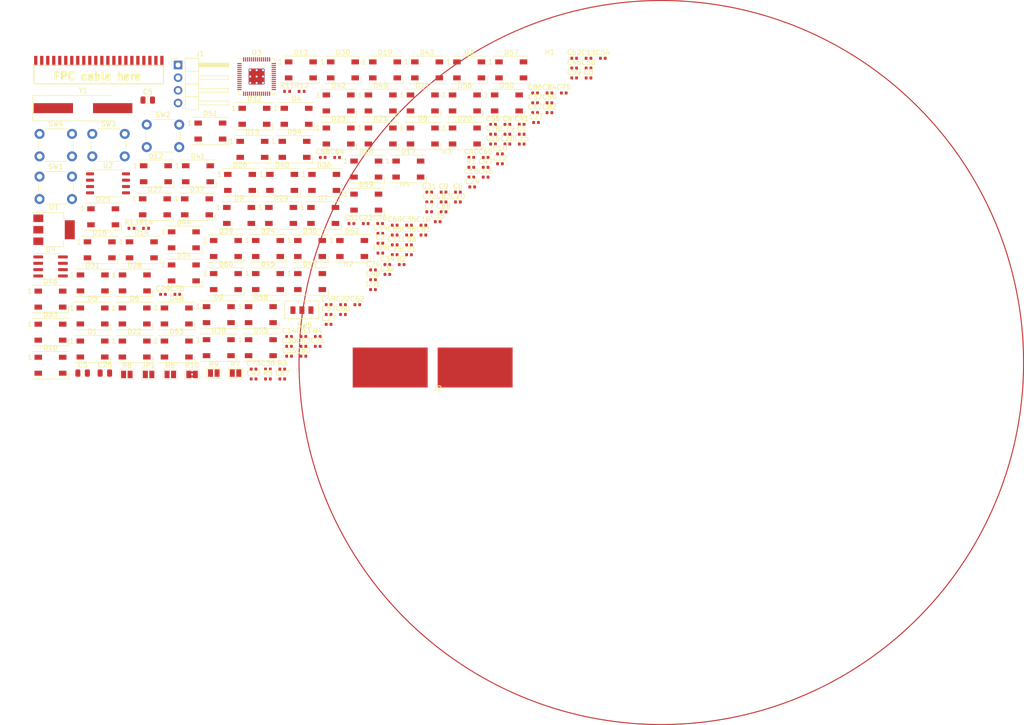
<source format=kicad_pcb>
(kicad_pcb (version 20211014) (generator pcbnew)
  (layers (0 "F.Cu" signal) (31 "B.Cu" signal) (34 "B.Paste" user) (35 "F.Paste" user) (36 "B.SilkS" user "B.Silkscreen") (37 "F.SilkS" user "F.Silkscreen") (38 "B.Mask" user) (39 "F.Mask" user) (44 "Edge.Cuts" user))
  (net 0 "")
  (net 1 "/XIN")
  (net 2 "SPI_TX(MOSI)")
  (net 3 "Net-(C2-Pad1)")
  (net 4 "VBUS")
  (net 5 "+3V3")
  (net 6 "+1V1")
  (net 7 "Net-(C16-Pad2)")
  (net 8 "Net-(C17-Pad1)")
  (net 9 "Net-(C17-Pad2)")
  (net 10 "Net-(C19-Pad1)")
  (net 11 "Net-(C19-Pad2)")
  (net 12 "Net-(C20-Pad2)")
  (net 13 "Net-(C21-Pad2)")
  (net 14 "Net-(C22-Pad2)")
  (net 15 "Net-(C23-Pad2)")
  (net 16 "Net-(C24-Pad2)")
  (net 17 "Net-(C25-Pad2)")
  (net 18 "/~{USB_BOOT}")
  (net 19 "/QSPI_SS")
  (net 20 "/XOUT")
  (net 21 "/USB_D+")
  (net 22 "Net-(R4-Pad2)")
  (net 23 "Net-(R5-Pad2)")
  (net 24 "Net-(R6-Pad2)")
  (net 25 "Net-(J3-PadRESIST)")
  (net 26 "SPI_RX(MISO)")
  (net 27 "Net-(J3-PadSI)")
  (net 28 "/QSPI_SD1")
  (net 29 "/QSPI_SD2")
  (net 30 "/QSPI_SD0")
  (net 31 "/QSPI_SCLK")
  (net 32 "/QSPI_SD3")
  (net 33 "/GPIO0")
  (net 34 "RESET(RSE)")
  (net 35 "SPI_SCK(CLOCK)")
  (net 36 "DC(RS)")
  (net 37 "CS")
  (net 38 "/GPIO7")
  (net 39 "/GPIO8")
  (net 40 "/GPIO9")
  (net 41 "/GPIO10")
  (net 42 "/GPIO11")
  (net 43 "/GPIO12")
  (net 44 "/GPIO13")
  (net 45 "/GPIO14")
  (net 46 "/GPIO15")
  (net 47 "/SWCLK")
  (net 48 "/SWD")
  (net 49 "/RUN")
  (net 50 "/GPIO16")
  (net 51 "/GPIO17")
  (net 52 "/GPIO18")
  (net 53 "/GPIO19")
  (net 54 "/GPIO20")
  (net 55 "/GPIO21")
  (net 56 "/GPIO22")
  (net 57 "/GPIO25")
  (net 58 "/GPIO27_ADC1")
  (net 59 "/GPIO24")
  (net 60 "/GPIO29_ADC3")
  (net 61 "GND")
  (net 63 "Net-(C10-Pad1)")
  (net 64 "Net-(D1-Pad2)")
  (net 65 "Net-(D2-Pad2)")
  (net 66 "Net-(D3-Pad2)")
  (net 67 "Net-(D4-Pad2)")
  (net 68 "Net-(D5-Pad2)")
  (net 69 "Net-(D6-Pad2)")
  (net 70 "Net-(D7-Pad2)")
  (net 71 "Net-(D8-Pad2)")
  (net 72 "Net-(D10-Pad4)")
  (net 73 "Net-(D10-Pad2)")
  (net 74 "Net-(D11-Pad2)")
  (net 75 "Net-(D12-Pad2)")
  (net 76 "Net-(D13-Pad2)")
  (net 77 "Net-(D14-Pad2)")
  (net 78 "Net-(D15-Pad2)")
  (net 79 "Net-(D16-Pad2)")
  (net 80 "Net-(D17-Pad2)")
  (net 81 "Net-(D18-Pad2)")
  (net 82 "Net-(D19-Pad2)")
  (net 83 "Net-(D20-Pad2)")
  (net 84 "Net-(D21-Pad2)")
  (net 85 "Net-(D22-Pad2)")
  (net 86 "Net-(D23-Pad2)")
  (net 87 "Net-(D24-Pad2)")
  (net 88 "Net-(D25-Pad2)")
  (net 89 "Net-(D26-Pad2)")
  (net 90 "Net-(D27-Pad2)")
  (net 91 "Net-(D28-Pad2)")
  (net 92 "Net-(D29-Pad2)")
  (net 93 "Net-(D30-Pad2)")
  (net 94 "Net-(D31-Pad2)")
  (net 95 "Net-(D32-Pad2)")
  (net 96 "Net-(D33-Pad2)")
  (net 97 "Net-(D34-Pad2)")
  (net 98 "Net-(D35-Pad2)")
  (net 99 "Net-(D36-Pad2)")
  (net 100 "Net-(D37-Pad2)")
  (net 101 "Net-(D38-Pad2)")
  (net 102 "Net-(D39-Pad2)")
  (net 103 "Net-(D40-Pad2)")
  (net 104 "Net-(D41-Pad2)")
  (net 105 "Net-(D42-Pad2)")
  (net 106 "Net-(D43-Pad2)")
  (net 107 "Net-(D44-Pad2)")
  (net 108 "Net-(D45-Pad2)")
  (net 109 "Net-(D46-Pad2)")
  (net 110 "Net-(D47-Pad2)")
  (net 111 "Net-(D48-Pad2)")
  (net 112 "Net-(D49-Pad2)")
  (net 113 "Net-(D50-Pad2)")
  (net 114 "Net-(D51-Pad2)")
  (net 115 "Net-(D52-Pad2)")
  (net 116 "Net-(D53-Pad2)")
  (net 117 "Net-(D54-Pad2)")
  (net 118 "Net-(D55-Pad2)")
  (net 119 "Net-(D56-Pad2)")
  (net 120 "Net-(D57-Pad2)")
  (net 121 "Net-(D58-Pad2)")
  (net 122 "Net-(D59-Pad2)")
  (net 124 "/GPIO23")
  (footprint "LED_SMD:LED_WS2812B_PLCC4_5.0x5.0mm_P3.2mm" (layer "F.Cu") (at 108.595 50.155)
    (fp_text reference "D18")
    (fp_text value "WS2812B")
  )
  (footprint "LED_SMD:LED_WS2812B_PLCC4_5.0x5.0mm_P3.2mm" (layer "F.Cu") (at 85.815 46.205)
    (fp_text reference "D15")
    (fp_text value "WS2812B")
  )
  (footprint "Capacitor_SMD:C_0402_1005Metric" (layer "F.Cu") (at 114.28 65.34)
    (fp_text reference "C11")
    (fp_text value "100n")
  )
  (footprint "LED_SMD:LED_WS2812B_PLCC4_5.0x5.0mm_P3.2mm" (layer "F.Cu") (at 103.055 43.535)
    (fp_text reference "D23")
    (fp_text value "WS2812B")
  )
  (footprint "LED_SMD:LED_WS2812B_PLCC4_5.0x5.0mm_P3.2mm" (layer "F.Cu") (at 70.655 79.575)
    (fp_text reference "D48")
    (fp_text value "WS2812B")
  )
  (footprint "Capacitor_SMD:C_0402_1005Metric" (layer "F.Cu") (at 139.7 41.21)
    (fp_text reference "C41")
    (fp_text value "0.1uF")
  )
  (footprint "Capacitor_SMD:C_0402_1005Metric" (layer "F.Cu") (at 129.61 51.77)
    (fp_text reference "C19")
    (fp_text value "1uF")
  )
  (footprint "LED_SMD:LED_WS2812B_PLCC4_5.0x5.0mm_P3.2mm" (layer "F.Cu") (at 62.265 72.955)
    (fp_text reference "D28")
    (fp_text value "WS2812B")
  )
  (footprint "Capacitor_SMD:C_0402_1005Metric" (layer "F.Cu") (at 117.15 67.31)
    (fp_text reference "C21")
    (fp_text value "1uF")
  )
  (footprint "LED_SMD:LED_WS2812B_PLCC4_5.0x5.0mm_P3.2mm" (layer "F.Cu") (at 97.345 72.685)
    (fp_text reference "D47")
    (fp_text value "WS2812B")
  )
  (footprint "Capacitor_SMD:C_0402_1005Metric" (layer "F.Cu") (at 150.2 27.97)
    (fp_text reference "C52")
    (fp_text value "0.1uF")
  )
  (footprint "Jumper:SolderJumper-2_P1.3mm_Open_Pad1.0x1.5mm" (layer "F.Cu") (at 82.43 91.01)
    (fp_text reference "R7")
    (fp_text value "DNF")
  )
  (footprint "LED_SMD:LED_WS2812B_PLCC4_5.0x5.0mm_P3.2mm" (layer "F.Cu") (at 70.655 86.195)
    (fp_text reference "D53")
    (fp_text value "WS2812B")
  )
  (footprint "Capacitor_SMD:C_0402_1005Metric" (layer "F.Cu") (at 117.15 61.4)
    (fp_text reference "C35")
    (fp_text value "0.1uF")
  )
  (footprint "LED_SMD:LED_WS2812B_PLCC4_5.0x5.0mm_P3.2mm" (layer "F.Cu") (at 111.475 43.535)
    (fp_text reference "D21")
    (fp_text value "WS2812B")
  )
  (footprint "Jumper:SolderJumper-2_P1.3mm_Open_Pad1.0x1.5mm" (layer "F.Cu") (at 69.38 91.28)
    (fp_text reference "R6")
    (fp_text value "DNF")
  )
  (footprint "Capacitor_SMD:C_0402_1005Metric" (layer "F.Cu") (at 124.06 54.78)
    (fp_text reference "C9")
    (fp_text value "100n")
  )
  (footprint "Capacitor_SMD:C_0402_1005Metric" (layer "F.Cu") (at 117.15 63.37)
    (fp_text reference "C56")
    (fp_text value "0.1uF")
  )
  (footprint "Capacitor_SMD:C_0402_1005Metric" (layer "F.Cu") (at 99.88 47.83)
    (fp_text reference "C58")
    (fp_text value "0.1uF")
  )
  (footprint "LED_SMD:LED_WS2812B_PLCC4_5.0x5.0mm_P3.2mm" (layer "F.Cu") (at 45.395 89.435)
    (fp_text reference "D10")
    (fp_text value "WS2812B")
  )
  (footprint "LED_SMD:LED_WS2812B_PLCC4_5.0x5.0mm_P3.2mm" (layer "F.Cu") (at 80.505 72.685)
    (fp_text reference "D60")
    (fp_text value "WS2812B")
  )
  (footprint "Capacitor_SMD:C_0402_1005Metric" (layer "F.Cu") (at 126.93 56.75)
    (fp_text reference "C20")
    (fp_text value "1uF")
  )
  (footprint "Capacitor_SMD:C_0402_1005Metric" (layer "F.Cu") (at 101.06 81.25)
    (fp_text reference "C27")
    (fp_text value "0.1uF")
  )
  (footprint "Capacitor_SMD:C_0402_1005Metric" (layer "F.Cu") (at 155.94 27.97)
    (fp_text reference "C54")
    (fp_text value "0.1uF")
  )
  (footprint "LED_SMD:LED_WS2812B_PLCC4_5.0x5.0mm_P3.2mm" (layer "F.Cu") (at 55.245 66.335)
    (fp_text reference "D16")
    (fp_text value "WS2812B")
  )
  (footprint "MountingHole:MountingHole_2.7mm_M2.5" (layer "F.Cu") (at 145.29 30.46)
    (fp_text reference "H1")
    (fp_text value "MountingHole")
  )
  (footprint "Capacitor_SMD:C_0402_1005Metric" (layer "F.Cu") (at 88.91 90.22)
    (fp_text reference "C36")
    (fp_text value "0.1uF")
  )
  (footprint "Capacitor_SMD:C_0402_1005Metric" (layer "F.Cu") (at 96.01 83.69)
    (fp_text reference "C33")
    (fp_text value "0.1uF")
  )
  (footprint "LED_SMD:LED_WS2812B_PLCC4_5.0x5.0mm_P3.2mm" (layer "F.Cu") (at 45.395 82.815)
    (fp_text reference "D33")
    (fp_text value "WS2812B")
  )
  (footprint "Capacitor_SMD:C_0402_1005Metric" (layer "F.Cu") (at 93.14 85.66)
    (fp_text reference "C30")
    (fp_text value "0.1uF")
  )
  (footprint "LED_SMD:LED_WS2812B_PLCC4_5.0x5.0mm_P3.2mm" (layer "F.Cu") (at 53.815 79.575)
    (fp_text reference "D5")
    (fp_text value "WS2812B")
  )
  (footprint "Capacitor_SMD:C_0402_1005Metric" (layer "F.Cu") (at 112.81 71.25)
    (fp_text reference "C32")
    (fp_text value "0.1uF")
  )
  (footprint "Capacitor_SMD:C_0402_1005Metric" (layer "F.Cu") (at 129.61 49.8)
    (fp_text reference "R1")
    (fp_text value "1k")
  )
  (footprint "Capacitor_SMD:C_0402_1005Metric" (layer "F.Cu") (at 96.01 87.63)
    (fp_text reference "C80")
    (fp_text value "0.1uF")
  )
  (footprint "LED_SMD:LED_WS2812B_PLCC4_5.0x5.0mm_P3.2mm" (layer "F.Cu") (at 77.395 42.545)
    (fp_text reference "D51")
    (fp_text value "WS2812B")
  )
  (footprint "Crystal:Crystal_SMD_HC49-SD_HandSoldering" (layer "F.Cu") (at 51.91 37.96)
    (fp_text reference "Y1")
    (fp_text value "12.000MHz")
  )
  (footprint "Capacitor_SMD:C_0402_1005Metric" (layer "F.Cu") (at 145.25 38.86)
    (fp_text reference "C82")
    (fp_text value "0.1uF")
  )
  (footprint "Package_SO:SOIC-8_3.9x4.9mm_P1.27mm" (layer "F.Cu") (at 45.41 69.66)
    (fp_text reference "U4")
    (fp_text value "DS3231MZ")
  )
  (footprint "MountingHole:MountingHole_2.7mm_M2.5" (layer "F.Cu") (at 105.03 72.85)
    (fp_text reference "H2")
    (fp_text value "MountingHole")
  )
  (footprint "Capacitor_SMD:C_0402_1005Metric" (layer "F.Cu") (at 67.91 75.25)
    (fp_text reference "C29")
    (fp_text value "0.1uF")
  )
  (footprint "Capacitor_SMD:C_0402_1005Metric" (layer "F.Cu") (at 111.41 63.04)
    (fp_text reference "C44")
    (fp_text value "0.1uF")
  )
  (footprint "LED_SMD:LED_WS2812B_PLCC4_5.0x5.0mm_P3.2mm" (layer "F.Cu") (at 119.895 43.535)
    (fp_text reference "D8")
    (fp_text value "WS2812B")
  )
  (footprint "Capacitor_SMD:C_0402_1005Metric" (layer "F.Cu") (at 124.06 58.72)
    (fp_text reference "C68")
    (fp_text value "0.1uF")
  )
  (footprint "LED_SMD:LED_WS2812B_PLCC4_5.0x5.0mm_P3.2mm" (layer "F.Cu") (at 72.085 70.955)
    (fp_text reference "D34")
    (fp_text value "WS2812B")
  )
  (footprint "LED_SMD:LED_WS2812B_PLCC4_5.0x5.0mm_P3.2mm" (layer "F.Cu") (at 53.815 86.195)
    (fp_text reference "D1")
    (fp_text value "WS2812B")
  )
  (footprint "LED_SMD:LED_WS2812B_PLCC4_5.0x5.0mm_P3.2mm" (layer "F.Cu") (at 88.925 72.685)
    (fp_text reference "D45")
    (fp_text value "WS2812B")
  )
  (footprint "LED_SMD:LED_WS2812B_PLCC4_5.0x5.0mm_P3.2mm" (layer "F.Cu") (at 103.925 30.295)
    (fp_text reference "D30")
    (fp_text value "WS2812B")
  )
  (footprint "LED_SMD:LED_WS2812B_PLCC4_5.0x5.0mm_P3.2mm" (layer "F.Cu") (at 86.215 39.585)
    (fp_text reference "D32")
    (fp_text value "WS2812B")
  )
  (footprint "Button_Switch_THT:SW_PUSH_6mm" (layer "F.Cu") (at 64.66 41.26)
    (fp_text reference "SW2")
    (fp_text value "NEXT/UP")
  )
  (footprint "Capacitor_SMD:C_0402_1005Metric" (layer "F.Cu") (at 88.91 92.19)
    (fp_text reference "R5")
    (fp_text value "27")
  )
  (footprint "LED_SMD:LED_WS2812B_PLCC4_5.0x5.0mm_P3.2mm" (layer "F.Cu") (at 91.555 59.445)
    (fp_text reference "D29")
    (fp_text value "WS2812B")
  )
  (footprint "Capacitor_SMD:C_0402_1005Metric" (layer "F.Cu") (at 153.07 29.94)
    (fp_text reference "C50")
    (fp_text value "0.1uF")
  )
  (footprint "LED_SMD:LED_WS2812B_PLCC4_5.0x5.0mm_P3.2mm" (layer "F.Cu") (at 72.085 64.335)
    (fp_text reference "D44")
    (fp_text value "WS2812B")
  )
  (footprint "Capacitor_SMD:C_0402_1005Metric" (layer "F.Cu") (at 135.35 47.12)
    (fp_text reference "C10")
    (fp_text value "1u")
  )
  (footprint "Capacitor_SMD:C_0402_1005Metric" (layer "F.Cu") (at 122.89 60.69)
    (fp_text reference "C38")
    (fp_text value "0.1uF")
  )
  (footprint "Capacitor_SMD:C_0402_1005Metric" (layer "F.Cu") (at 142.38 36.89)
    (fp_text reference "C37")
    (fp_text value "0.1uF")
  )
  (footprint "Capacitor_SMD:C_0402_1005Metric" (layer "F.Cu") (at 114.28 67.31)
    (fp_text reference "C25")
    (fp_text value "1uF")
  )
  (footprint "LED_SMD:LED_WS2812B_PLCC4_5.0x5.0mm_P3.2mm" (layer "F.Cu") (at 99.975 59.445)
    (fp_text reference "D7")
    (fp_text value "WS2812B")
  )
  (footprint "LED_SMD:LED_WS2812B_PLCC4_5.0x5.0mm_P3.2mm" (layer "F.Cu") (at 136.735 36.915)
    (fp_text reference "D50")
    (fp_text value "WS2812B")
  )
  (footprint "Capacitor_SMD:C_0402_1005Metric" (layer "F.Cu") (at 103.93 77.31)
    (fp_text reference "C22")
    (fp_text value "1uF")
  )
  (footprint "Capacitor_SMD:C_0402_1005Metric" (layer "F.Cu") (at 109.94 74.3)
    (fp_text reference "C51")
    (fp_text value "0.1uF")
  )
  (footprint "Capacitor_SMD:C_0402_1005Metric" (layer "F.Cu") (at 142.38 34.92)
    (fp_text reference "C86")
    (fp_text value "0.1uF")
  )
  (footprint "Capacitor_SMD:C_0402_1005Metric" (layer "F.Cu") (at 132.48 51.77)
    (fp_text reference "C46")
    (fp_text value "0.1uF")
  )
  (footprint "LED_SMD:LED_WS2812B_PLCC4_5.0x5.0mm_P3.2mm" (layer "F.Cu") (at 100.175 52.825)
    (fp_text reference "D36")
    (fp_text value "WS2812B")
  )
  (footprint "Capacitor_SMD:C_0402_1005Metric" (layer "F.Cu") (at 101.06 77.31)
    (fp_text reference "C49")
    (fp_text value "0.1uF")
  )
  (footprint "LED_SMD:LED_WS2812B_PLCC4_5.0x5.0mm_P3.2mm" (layer "F.Cu") (at 94.235 46.205)
    (fp_text reference "D54")
    (fp_text value "WS2812B")
  )
  (footprint "Capacitor_SMD:C_0402_1005Metric" (layer "F.Cu") (at 120.02 61.4)
    (fp_text reference "C18")
    (fp_text value "100n")
  )
  (footprint "Capacitor_SMD:C_0402_1005Metric" (layer "F.Cu") (at 91.78 90.22)
    (fp_text reference "R3")
    (fp_text value "1k")
  )
  (footprint "Resistor_SMD:R_0402_1005Metric" (layer "F.Cu") (at 95.66 34.6)
    (fp_text reference "R12")
    (fp_text value "1k")
  )
  (footprint "LED_SMD:LED_WS2812B_PLCC4_5.0x5.0mm_P3.2mm" (layer "F.Cu") (at 137.605 30.295)
    (fp_text reference "D57")
    (fp_text value "WS2812B")
  )
  (footprint "LED_SMD:LED_WS2812B_PLCC4_5.0x5.0mm_P3.2mm" (layer "F.Cu") (at 97.345 66.065)
    (fp_text reference "D35")
    (fp_text value "WS2812B")
  )
  (footprint "Capacitor_SMD:C_0402_1005Metric" (layer "F.Cu") (at 148.12 34.92)
    (fp_text reference "C75")
    (fp_text value "0.1uF")
  )
  (footprint "Capacitor_SMD:C_0402_1005Metric" (layer "F.Cu") (at 98.88 83.69)
    (fp_text reference "R4")
    (fp_text value "27")
  )
  (footprint "Capacitor_SMD:C_0402_1005Metric" (layer "F.Cu") (at 150.2 29.94)
    (fp_text reference "C45")
    (fp_text value "0.1uF")
  )
  (footprint "LED_SMD:LED_WS2812B_PLCC4_5.0x5.0mm_P3.2mm" (layer "F.Cu") (at 103.055 36.915)
    (fp_text reference "D42")
    (fp_text value "WS2812B")
  )
  (footprint "LED_SMD:LED_WS2812B_PLCC4_5.0x5.0mm_P3.2mm" (layer "F.Cu") (at 53.845 72.955)
    (fp_text reference "D31")
    (fp_text value "WS2812B")
  )
  (footprint "Capacitor_SMD:C_0402_1005Metric" (layer "F.Cu") (at 115.68 69.28)
    (fp_text reference "R2")
    (fp_text value "DNF")
  )
  (footprint "LED_SMD:LED_WS2812B_PLCC4_5.0x5.0mm_P3.2mm" (layer "F.Cu") (at 66.495 51.095)
    (fp_text reference "D12")
    (fp_text value "WS2812B")
  )
  (footprint "Capacitor_SMD:C_0402_1005Metric" (layer "F.Cu") (at 114.28 63.37)
    (fp_text reference "C65")
    (fp_text value "0.1uF")
  )
  (footprint "RP2040_minimal:RP2040-QFN-56" (layer "F.Cu") (at 86.65 31.63)
    (fp_text reference "U3")
    (fp_text value "RP2040")
  )
  (footprint "Capacitor_SMD:C_0402_1005Metric" (layer "F.Cu") (at 106.8 77.31)
    (fp_text reference "C62")
    (fp_text value "0.1uF")
  )
  (footprint "Capacitor_SMD:C_0402_1005Metric" (layer "F.Cu") (at 120.02 63.37)
    (fp_text reference "C81")
    (fp_text value "0.1uF")
  )
  (footprint "LED_SMD:LED_WS2812B_PLCC4_5.0x5.0mm_P3.2mm" (layer "F.Cu") (at 128.315 43.535)
    (fp_text reference "D20")
    (fp_text value "WS2812B")
  )
  (footprint "LED_SMD:LED_WS2812B_PLCC4_5.0x5.0mm_P3.2mm" (layer "F.Cu") (at 83.135 59.445)
    (fp_text reference "D9")
    (fp_text value "WS2812B")
  )
  (footprint "Capacitor_SMD:C_0805_2012Metric" (layer "F.Cu") (at 56.28 91.01)
    (fp_text reference "C26")
    (fp_text value "10u")
  )
  (footprint "Capacitor_SMD:C_0402_1005Metric" (layer "F.Cu") (at 111.36 61.07)
    (fp_text reference "C76")
    (fp_text value "0.1uF")
  )
  (footprint "Capacitor_SMD:C_0402_1005Metric" (layer "F.Cu") (at 132.48 49.8)
    (fp_text reference "C47")
    (fp_text value "0.1uF")
  )
  (footprint "Capacitor_SMD:C_0402_1005Metric" (layer "F.Cu") (at 98.88 85.66)
    (fp_text reference "C71")
    (fp_text value "0.1uF")
  )
  (footprint "Capacitor_SMD:C_0402_1005Metric" (layer "F.Cu") (at 93.14 87.63)
    (fp_text reference "C53")
    (fp_text value "0.1uF")
  )
  (footprint "Capacitor_SMD:C_0402_1005Metric" (layer "F.Cu") (at 121.19 54.78)
    (fp_text reference "C31")
    (fp_text value "0.1uF")
  )
  (footprint "Capacitor_SMD:C_0805_2012Metric" (layer "F.Cu") (at 51.83 91.01)
    (fp_text reference "C3")
    (fp_text value "10u")
  )
  (footprint "Capacitor_SMD:C_0402_1005Metric" (layer "F.Cu") (at 70.78 75.25)
    (fp_text reference "C70")
    (fp_text value "0.1uF")
  )
  (footprint "Package_SO:SOIC-8_5.23x5.23mm_P1.27mm" (layer "F.Cu") (at 56.91 53.02)
    (fp_text reference "U2")
    (fp_text value "W25Q128JVS")
  )
  (footprint "LED_SMD:LED_WS2812B_PLCC4_5.0x5.0mm_P3.2mm" (layer "F.Cu") (at 87.495 85.925)
    (fp_text reference "D55")
    (fp_text value "WS2812B")
  )
  (footprint "Resistor_SMD:R_0402_1005Metric" (layer "F.Cu") (at 92.75 34.6)
    (fp_text reference "R11")
    (fp_text value "1k")
  )
  (footprint "LED_SMD:LED_WS2812B_PLCC4_5.0x5.0mm_P3.2mm" (layer "F.Cu") (at 105.765 66.065)
    (fp_text reference "D52")
    (fp_text value "WS2812B")
  )
  (footprint "LED_SMD:LED_WS2812B_PLCC4_5.0x5.0mm_P3.2mm" (layer "F.Cu") (at 55.945 59.715)
    (fp_text reference "D25")
    (fp_text value "WS2812B")
  )
  (footprint "LED_SMD:LED_WS2812B_PLCC4_5.0x5.0mm_P3.2mm" (layer "F.Cu") (at 62.235 86.195)
    (fp_text reference "D22")
    (fp_text value "WS2812B")
  )
  (footprint "Diode_SMD:BACKLIGHT_LCD" (layer "F.Cu") (at 132.08 88.9)
    (fp_text reference "J2")
    (fp_text value "Conn_01x02")
  )
  (footprint "Capacitor_SMD:C_0402_1005Metric" (layer "F.Cu") (at 142.57 40.83)
    (fp_text reference "C77")
    (fp_text value "0.1uF")
  )
  (footprint "LED_SMD:LED_WS2812B_PLCC4_5.0x5.0mm_P3.2mm" (layer "F.Cu") (at 94.635 39.585)
    (fp_text reference "D4")
    (fp_text value "WS2812B")
  )
  (footprint "Capacitor_SMD:C_0402_1005Metric" (layer "F.Cu") (at 153.07 27.97)
    (fp_text reference "C13")
    (fp_text value "100n")
  )
  (footprint "LED_SMD:LED_WS2812B_PLCC4_5.0x5.0mm_P3.2mm" (layer "F.Cu") (at 117.015 50.155)
    (fp_text reference "D17")
    (fp_text value "WS2812B")
  )
  (footprint "Capacitor_SMD:C_0402_1005Metric" (layer "F.Cu") (at 139.7 43.18)
    (fp_text reference "C1")
    (fp_text value "30p")
  )
  (footprint "Button_Switch_THT:SW_PUSH_6mm" (layer "F.Cu") (at 53.76 43.11)
    (fp_text reference "SW3")
    (fp_text value "SEL/OK")
  )
  (footprint "Capacitor_SMD:C_0402_1005Metric" (layer "F.Cu") (at 109.94 70.36)
    (fp_text reference "C74")
    (fp_text value "0.1uF")
  )
  (footprint "Capacitor_SMD:C_0402_1005Metric" (layer "F.Cu") (at 136.83 43.18)
    (fp_text reference "C79")
    (fp_text value "0.1uF")
  )
  (footprint "Capacitor_SMD:C_0402_1005Metric" (layer "F.Cu") (at 150.2 31.91)
    (fp_text reference "C39")
    (fp_text value "0.1uF")
  )
  (footprint "Capacitor_SMD:C_0402_1005Metric" (layer "F.Cu") (at 129.8 53.74)
    (fp_text reference "C24")
    (fp_text value "1uF")
  )
  (footprint "Capacitor_SMD:C_0402_1005Metric" (layer "F.Cu") (at 93.14 83.69)
    (fp_text reference "C14")
    (fp_text value "100n")
  )
  (footprint "LED_SMD:LED_WS2812B_PLCC4_5.0x5.0mm_P3.2mm" (layer "F.Cu") (at 74.915 51.095)
    (fp_text reference "D41")
    (fp_text value "WS2812B")
  )
  (footprint "Connector_PinHeader_2.54mm:PinHeader_1x04_P2.54mm_Horizontal" (layer "F.Cu") (at 70.93 29.31)
    (fp_text reference "J1")
    (fp_text value "Conn_01x04")
  )
  (footprint "Capacitor_SMD:C_0402_1005Metric" (layer "F.Cu") (at 121.19 58.72)
    (fp_text reference "C7")
    (fp_text value "100n")
  )
  (footprint "Capacitor_SMD:C_0402_1005Metric" (layer "F.Cu") (at 145.25 36.89)
    (fp_text reference "C59")
    (fp_text value "0.1uF")
  )
  (footprint "LED_SMD:LED_WS2812B_PLCC4_5.0x5.0mm_P3.2mm" (layer "F.Cu") (at 79.075 79.305)
    (fp_text reference "D2")
    (fp_text value "WS2812B")
  )
  (footprint "Capacitor_SMD:C_0402_1005Metric" (layer "F.Cu") (at 108.49 61.07)
    (fp_text reference "C23")
    (fp_text value "1uF")
  )
  (footprint "Capacitor_SMD:C_0402_1005Metric" (layer "F.Cu") (at 145.25 34.92)
    (fp_text reference "C84")
    (fp_text value "0.1uF")
  )
  (footprint "Capacitor_SMD:C_0402_1005Metric" (layer "F.Cu") (at 121.19 56.75)
    (fp_text reference "C72")
    (fp_text value "0.1uF")
  )
  (footprint "Connector_FFC-FPC:FCP_LCD" (layer "F.Cu") (at 41.935 34.085)
    (fp_text reference "J3" hide)
    (fp_text value "FPC_LCD")
  )
  (footprint "Capacitor_SMD:C_0805_2012Metric" (layer "F.Cu") (at 64.86 36.34)
    (fp_text reference "C5")
    (fp_text value "10u")
  )
  (footprint "Capacitor_SMD:C_0402_1005Metric" (layer "F.Cu") (at 139.7 45.15)
    (fp_text reference "C15")
    (fp_text value "100n")
  )
  (footprint "Capacitor_SMD:C_0402_1005Metric" (layer "F.Cu") (at 126.93 54.78)
    (fp_text reference "C6")
    (fp_text value "100n")
  )
  (footprint "Button_Switch_SMD:pushswitch" (layer "F.Cu") (at 96.215 81.955)
    (fp_text reference "SW5")
    (fp_text value "SW_DIP_x01")
  )
  (footprint "Capacitor_SMD:C_0402_1005Metric" (layer "F.Cu") (at 111.41 65.01)
    (fp_text reference "C2")
    (fp_text value "30p")
  )
  (footprint "LED_SMD:LED_WS2812B_PLCC4_5.0x5.0mm_P3.2mm" (layer "F.Cu") (at 62.235 79.575)
    (fp_text reference "D6")
    (fp_text value "WS2812B")
  )
  (footprint "Capacitor_SMD:C_0402_1005Metric" (layer "F.Cu") (at 86.04 90.22)
    (fp_text reference "C73")
    (fp_text value "0.1uF")
  )
  (footprint "Capacitor_SMD:C_0402_1005Metric" (layer "F.Cu") (at 132.48 47.83)
    (fp_text reference "C66")
    (fp_text value "0.1uF")
  )
  (footprint "LED_SMD:LED_WS2812B_PLCC4_5.0x5.0mm_P3.2mm" (layer "F.Cu") (at 120.765 30.295)
    (fp_text reference "D43")
    (fp_text value "WS2812B")
  )
  (footprint "Capacitor_SMD:C_0402_1005Metric" (layer "F.Cu") (at 153.07 31.91)
    (fp_text reference "C8")
    (fp_text value "1u")
  )
  (footprint "Capacitor_SMD:C_0402_1005Metric" (layer "F.Cu") (at 133.96 41.21)
    (fp_text reference "C55")
    (fp_text value "0.1uF")
  )
  (footprint "Capacitor_SMD:C_0402_1005Metric" (layer "F.Cu") (at 136.83 45.15)
    (fp_text reference "C28")
    (fp_text value "0.1uF")
  )
  (footprint "Resistor_SMD:R_0402_1005Metric" (layer "F.Cu") (at 64.52 62.02)
    (fp_text reference "R14")
    (fp_text value "1k")
  )
  (footprint "LED_SMD:LED_WS2812B_PLCC4_5.0x5.0mm_P3.2mm" (layer "F.Cu") (at 119.895 36.915)
    (fp_text reference "D11")
    (fp_text value "WS2812B")
  )
  (footprint "LED_SMD:LED_WS2812B_PLCC4_5.0x5.0mm_P3.2mm" (layer "F.Cu") (at 74.715 57.715)
    (fp_text reference "D37")
    (fp_text value "WS2812B")
  )
  (footprint "LED_SMD:LED_WS2812B_PLCC4_5.0x5.0mm_P3.2mm" (layer "F.Cu") (at 79.075 85.925)
    (fp_text reference "D38")
    (fp_text value "WS2812B")
  )
  (footprint "MountingHole:MountingHole_2.7mm_M2.5" (layer "F.Cu") (at 116.28 56.94)
    (fp_text reference "H4")
    (fp_text value "MountingHole")
  )
  (footprint "Button_Switch_THT:SW_PUSH_6mm" (layer "F.Cu") (at 43.21 51.66)
    (fp_text reference "SW1")
    (fp_text value "SW_MEC_5G")
  )
  (footprint "Capacitor_SMD:C_0402_1005Metric" (layer "F.Cu") (at 136.83 41.21)
    (fp_text reference "C4")
    (fp_text value "100n")
  )
  (footprint "Capacitor_SMD:C_0402_1005Metric" (layer "F.Cu") (at 86.04 92.19)
    (fp_text reference "C42")
    (fp_text value "0.1uF")
  )
  (footprint "Capacitor_SMD:C_0402_1005Metric" (layer "F.Cu") (at 117.15 65.34)
    (fp_text reference "C63")
    (fp_text value "0.1uF")
  )
  (footprint "Button_Switch_THT:SW_PUSH_6mm" (layer "F.Cu") (at 43.21 43.11)
    (fp_text reference "SW4")
    (fp_text value "PREV/DOWN")
  )
  (footprint "Capacitor_SMD:C_0402_1005Metric" (layer "F.Cu") (at 111.41 66.98)
    (fp_text reference "C85")
    (fp_text value "0.1uF")
  )
  (footprint "Capacitor_SMD:C_0402_1005Metric" (layer "F.Cu") (at 109.94 72.33)
    (fp_text reference "C48")
    (fp_text value "0.1uF")
  )
  (footprint "LED_SMD:LED_WS2812B_PLCC4_5.0x5.0mm_P3.2mm" (layer "F.Cu") (at 129.185 30.295)
    (fp_text reference "D3")
    (fp_text value "WS2812B")
  )
  (footprint "Capacitor_SMD:C_0402_1005Metric" (layer "F.Cu") (at 142.38 38.86)
    (fp_text reference "C17")
    (fp_text value "1uF")
  )
  (footprint "LED_SMD:LED_WS2812B_PLCC4_5.0x5.0mm_P3.2mm" (layer "F.Cu") (at 128.315 36.915)
    (fp_text reference "D56")
    (fp_text value "WS2812B")
  )
  (footprint "LED_SMD:LED_WS2812B_PLCC4_5.0x5.0mm_P3.2mm" (layer "F.Cu") (at 95.505 30.295)
    (fp_text reference "D13")
    (fp_text value "WS2812B")
  )
  (footprint "LED_SMD:LED_WS2812B_PLCC4_5.0x5.0mm_P3.2mm" (layer "F.Cu") (at 108.595 56.775)
    (fp_text reference "D59")
    (fp_text value "WS2812B")
  )
  (footprint "Capacitor_SMD:C_0402_1005Metric" (layer "F.Cu") (at 112.81 69.28)
    (fp_text reference "C34")
    (fp_text value "0.1uF")
  )
  (footprint "Capacitor_SMD:C_0402_1005Metric" (layer "F.Cu") (at 129.61 47.83)
    (fp_text reference "C40")
    (fp_text value "0.1uF")
  )
  (footprint "Capacitor_SMD:C_0402_1005Metric" (layer "F.Cu") (at 91.78 92.19)
    (fp_text reference "C67")
    (fp_text value "0.1uF")
  )
  (footprint "LED_SMD:LED_WS2812B_PLCC4_5.0x5.0mm_P3.2mm" (layer "F.Cu") (at 111.475 36.915)
    (fp_text reference "D49")
    (fp_text value "WS2812B")
  )
  (footprint "LED_SMD:LED_WS2812B_PLCC4_5.0x5.0mm_P3.2mm" (layer "F.Cu") (at 63.665 66.335)
    (fp_text reference "D14")
    (fp_text value "WS2812B")
  )
  (footprint "LED_SMD:LED_WS2812B_PLCC4_5.0x5.0mm_P3.2mm" (layer "F.Cu") (at 88.925 66.065)
    (fp_text reference "D24")
    (fp_text value "WS2812B")
  )
  (footprint "LED_SMD:LED_WS2812B_PLCC4_5.0x5.0mm_P3.2mm" (layer "F.Cu") (at 83.335 52.825)
    (fp_text reference "D26")
    (fp_text value "WS2812B")
  )
  (footprint "Resistor_SMD:R_0402_1005Metric" (layer "F.Cu") (at 61.61 62.02)
    (fp_text reference "R13")
    (fp_text value "1k")
  )
  (footprint "Capacitor_SMD:C_0402_1005Metric" (layer "F.Cu") (at 103.93 79.28)
    (fp_text reference "C60")
    (fp_text value "0.1uF")
  )
  (footprint "Capacitor_SMD:C_0402_1005Metric" (layer "F.Cu") (at 114.28 61.4)
    (fp_text reference "C69")
    (fp_text value "0.1uF")
  )
  (footprint "Capacitor_SMD:C_0402_1005Metric" (layer "F.Cu") (at 124.06 56.75)
    (fp_text reference "C83")
    (fp_text value "0.1uF")
  )
  (footprint "Capacitor_SMD:C_0402_1005Metric" (layer "F.Cu") (at 101.06 79.28)
    (fp_text reference "C57")
    (fp_text value "0.1uF")
  )
  (footprint "Jumper:SolderJumper-2_P1.3mm_Open_Pad1.0x1.5mm" (layer "F.Cu") (at 60.68 91.28)
    (fp_text reference "R8")
    (fp_text value "DNF")
  )
  (footprint "Capacitor_SMD:C_0402_1005Metric" (layer "F.Cu") (at 133.96 43.18)
    (fp_text reference "C78")
    (fp_text value "0.1uF")
  )
  (footprint "Capacitor_SMD:C_0402_1005Metric" (layer "F.Cu") (at 96.01 85.66)
    (fp_text reference "C43")
    (fp_text value "0.1uF")
  )
  (footprint "LED_SMD:LED_WS2812B_PLCC4_5.0x5.0mm_P3.2mm" (layer "F.Cu") (at 80.505 66.065)
    (fp_text reference "D39")
    (fp_text value "WS2812B")
  )
  (footprint "Jumper:SolderJumper-2_P1.3mm_Bridged2Bar_Pad1.0x1.5mm" (layer "F.Cu") (at 73.73 91.28)
    (fp_text reference "R10")
    (fp_text value "0")
  )
  (footprint "LED_SMD:LED_WS2812B_PLCC4_5.0x5.0mm_P3.2mm" (layer "F.Cu") (at 66.295 57.715)
    (fp_text reference "D27")
    (fp_text value "WS2812B")
  )
  (footprint "LED_SMD:LED_WS2812B_PLCC4_5.0x5.0mm_P3.2mm" (layer "F.Cu") (at 87.495 79.305)
    (fp_text reference "D58")
    (fp_text value "WS2812B")
  )
  (footprint "Jumper:SolderJumper-2_P1.3mm_Open_Pad1.0x1.5mm" (layer "F.Cu") (at 65.03 91.28)
    (fp_text reference "JP1")
    (fp_text value "DEBUG")
  )
  (footprint "LED_SMD:LED_WS2812B_PLCC4_5.0x5.0mm_P3.2mm" (layer "F.Cu") (at 45.395 76.195)
    (fp_text reference "D46")
    (fp_text value "WS2812B")
  )
  (footprint "LED_SMD:LED_WS2812B_PLCC4_5.0x5.0mm_P3.2mm" (layer "F.Cu") (at 91.755 52.825)
    (fp_text reference "D40")
    (fp_text value "WS2812B")
  )
  (footprint "Capacitor_SMD:C_0402_1005Metric" (layer "F.Cu") (at 133.96 45.15)
    (fp_text reference "C16")
    (fp_text value "1uF")
  )
  (footprint "LED_SMD:LED_WS2812B_PLCC4_5.0x5.0mm_P3.2mm" (layer "F.Cu") (at 112.345 30.295)
    (fp_text reference "D19")
    (fp_text value "WS2812B")
  )
  (footprint "Jumper:SolderJumper-2_P1.3mm_Open_Pad1.0x1.5mm" (layer "F.Cu") (at 78.08 91.01)
    (fp_text reference "R9")
    (fp_text value "DNF")
  )
  (footprint "Capacitor_SMD:C_0402_1005Metric" (layer "F.Cu") (at 105.62 61.07)
    (fp_text reference "C61")
    (fp_text value "0.1uF")
  )
  (footprint "Capacitor_SMD:C_0402_1005Metric" (layer "F.Cu") (at 102.75 47.83)
    (fp_text reference "C64")
    (fp_text value "0.1uF")
  )
  (footprint "MountingHole:MountingHole_2.7mm_M2.5" (layer "F.Cu") (at 124.7 50.32)
    (fp_text reference "H3")
    (fp_text value "MountingHole")
  )
  (footprint "Package_TO_SOT_SMD:SOT-223-3_TabPin2" (layer "F.Cu") (at 46.11 62.31)
    (fp_text reference "U1")
    (fp_text value "NCP1117LPST33T3G_SOT223")
  )
  (footprint "Capacitor_SMD:C_0402_1005Metric" (layer "F.Cu") (at 135.35 49.09)
    (fp_text reference "C12")
    (fp_text value "100n")
  )
  (gr_circle (center 167.64 88.9) (end 240.14 88.9) (layer "F.Cu") (width 0.2) (fill none))
)
</source>
